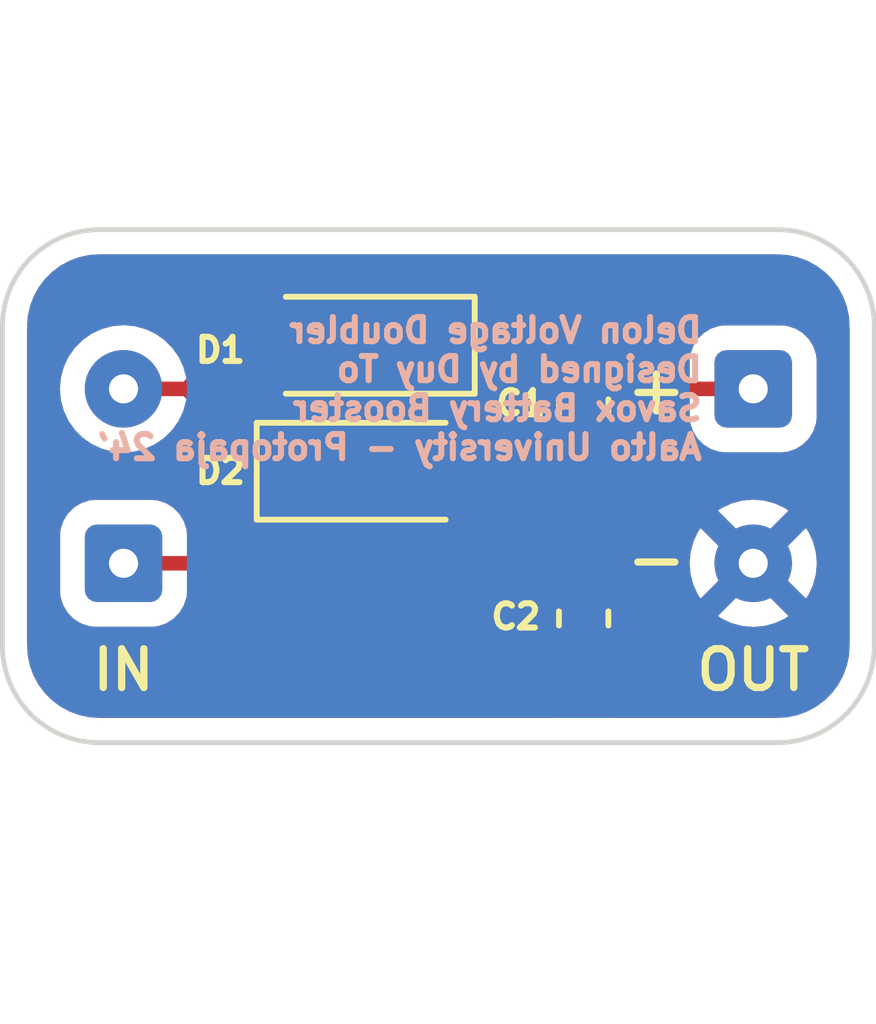
<source format=kicad_pcb>
(kicad_pcb (version 20211014) (generator pcbnew)
  (layers (0 "F.Cu" signal) (31 "B.Cu" power) (34 "B.Paste" user) (35 "F.Paste" user) (36 "B.SilkS" user "B.Silkscreen") (37 "F.SilkS" user "F.Silkscreen") (38 "B.Mask" user) (39 "F.Mask" user) (44 "Edge.Cuts" user))
  (net 0 "")
  (net 1 "VOUT")
  (net 2 "Net-(C1-Pad2)")
  (net 3 "GND")
  (net 4 "Net-(D1-Pad2)")
  (footprint "Capacitor_SMD:C_0603_1608Metric_Pad1.08x0.95mm_HandSolder" (layer "F.Cu") (at 172 89.0625 -90)
    (fp_text reference "C1" (at -0.0625 1.3) (layer "F.SilkS") (effects (font (size 0.5 0.5) (thickness 0.125))))
    (fp_text value "C_Polarized_Small_US")
    (fp_line (start -0.146267 -0.51) (end 0.146267 -0.51) (layer "F.SilkS") (width 0.12))
    (fp_line (start -0.146267 0.51) (end 0.146267 0.51) (layer "F.SilkS") (width 0.12))
    (pad "1" smd roundrect (at -0.8625 0 270) (size 1.075 0.95) (layers "F.Cu" "F.Paste" "F.Mask") (net 1 "VOUT"))
    (pad "2" smd roundrect (at 0.8625 0 270) (size 1.075 0.95) (layers "F.Cu" "F.Paste" "F.Mask") (net 2 "Net-(C1-Pad2)"))
  )
  (footprint "Diode_SMD:D_SOD-123" (layer "F.Cu") (at 167.5 87.8 180)
    (fp_text reference "D1" (at 3 -0.1) (layer "F.SilkS") (effects (font (size 0.5 0.5) (thickness 0.125))))
    (fp_text value "D_Schottky")
    (fp_line (start -2.25 -1) (end -2.25 1) (layer "F.SilkS") (width 0.12))
    (fp_line (start -2.25 1) (end 1.65 1) (layer "F.SilkS") (width 0.12))
    (fp_line (start -2.25 -1) (end 1.65 -1) (layer "F.SilkS") (width 0.12))
    (pad "1" smd rect (at -1.65 0 180) (size 0.9 1.2) (layers "F.Cu" "F.Paste" "F.Mask") (net 1 "VOUT"))
    (pad "2" smd rect (at 1.65 0 180) (size 0.9 1.2) (layers "F.Cu" "F.Paste" "F.Mask") (net 4 "Net-(D1-Pad2)"))
  )
  (footprint "Capacitor_SMD:C_0603_1608Metric_Pad1.08x0.95mm_HandSolder" (layer "F.Cu") (at 172 93.4375 -90)
    (fp_text reference "C2" (at -0.0375 1.4 180) (layer "F.SilkS") (effects (font (size 0.5 0.5) (thickness 0.125))))
    (fp_text value "C_Polarized_Small_US")
    (fp_line (start -0.146267 0.51) (end 0.146267 0.51) (layer "F.SilkS") (width 0.12))
    (fp_line (start -0.146267 -0.51) (end 0.146267 -0.51) (layer "F.SilkS") (width 0.12))
    (pad "1" smd roundrect (at -0.8625 0 270) (size 1.075 0.95) (layers "F.Cu" "F.Paste" "F.Mask") (net 2 "Net-(C1-Pad2)"))
    (pad "2" smd roundrect (at 0.8625 0 270) (size 1.075 0.95) (layers "F.Cu" "F.Paste" "F.Mask") (net 3 "GND"))
  )
  (footprint "Connector_Wire:SolderWire-0.1sqmm_1x02_P3.6mm_D0.4mm_OD1mm" (layer "F.Cu") (at 162.5 92.3 90)
    (fp_text reference "IN" (at -2.2 0 180) (layer "F.SilkS") (effects (font (size 0.8 0.8))))
    (fp_text value "AC_IN")
    (pad "1" thru_hole roundrect (at 0 0 90) (size 1.6 1.6) (drill 0.6) (layers *.Cu *.Mask) (roundrect_rratio 0.15625) (net 2 "Net-(C1-Pad2)"))
    (pad "2" thru_hole circle (at 3.6 0 90) (size 1.6 1.6) (drill 0.6) (layers *.Cu *.Mask) (net 4 "Net-(D1-Pad2)"))
  )
  (footprint "Diode_SMD:D_SOD-123" (layer "F.Cu") (at 167.5 90.4)
    (fp_text reference "D2" (at -3 0) (layer "F.SilkS") (effects (font (size 0.5 0.5) (thickness 0.125))))
    (fp_text value "D_Schottky")
    (fp_line (start -2.25 -1) (end 1.65 -1) (layer "F.SilkS") (width 0.12))
    (fp_line (start -2.25 1) (end 1.65 1) (layer "F.SilkS") (width 0.12))
    (fp_line (start -2.25 -1) (end -2.25 1) (layer "F.SilkS") (width 0.12))
    (pad "1" smd rect (at -1.65 0) (size 0.9 1.2) (layers "F.Cu" "F.Paste" "F.Mask") (net 4 "Net-(D1-Pad2)"))
    (pad "2" smd rect (at 1.65 0) (size 0.9 1.2) (layers "F.Cu" "F.Paste" "F.Mask") (net 3 "GND"))
  )
  (footprint "Connector_Wire:SolderWire-0.1sqmm_1x02_P3.6mm_D0.4mm_OD1mm" (layer "F.Cu") (at 175.5 88.7 -90)
    (fp_text reference "OUT" (at 5.8 0 180) (layer "F.SilkS") (effects (font (size 0.8 0.8))))
    (fp_text value "DC_OUT")
    (pad "1" thru_hole roundrect (at 0 0 270) (size 1.6 1.6) (drill 0.6) (layers *.Cu *.Mask) (roundrect_rratio 0.15625) (net 1 "VOUT"))
    (pad "2" thru_hole circle (at 3.6 0 270) (size 1.6 1.6) (drill 0.6) (layers *.Cu *.Mask) (net 3 "GND"))
  )
  (gr_line (start 176 96) (end 162 96) (layer "Edge.Cuts") (width 0.1))
  (gr_arc (start 160 87.414214) (mid 160.585786 86) (end 162 85.414214) (layer "Edge.Cuts") (width 0.1))
  (gr_line (start 178 87.414214) (end 178 94) (layer "Edge.Cuts") (width 0.1))
  (gr_line (start 162 85.414214) (end 176 85.414214) (layer "Edge.Cuts") (width 0.1))
  (gr_arc (start 178 94) (mid 177.414214 95.414214) (end 176 96) (layer "Edge.Cuts") (width 0.1))
  (gr_arc (start 176 85.414214) (mid 177.414214 86) (end 178 87.414214) (layer "Edge.Cuts") (width 0.1))
  (gr_arc (start 162 96) (mid 160.585786 95.414214) (end 160 94) (layer "Edge.Cuts") (width 0.1))
  (gr_line (start 160 94) (end 160 87.414214) (layer "Edge.Cuts") (width 0.1))
  (gr_text "Delon Voltage Doubler\nDesigned by Duy To\nSavox Battery Booster\nAalto University - Protopaja 24'" (at 174.5 88.7) (layer "B.SilkS") (effects (font (size 0.5 0.5) (thickness 0.125)) (justify left mirror)))
  (gr_text "-" (at 173.5 92.2) (layer "F.SilkS") (effects (font (size 1 1))))
  (gr_text "+" (at 173.5 88.7) (layer "F.SilkS") (effects (font (size 1 1))))
  (segment (start 173.3 88.2) (end 173.8 88.7) (width 0.3) (layer "F.Cu") (net 1))
  (segment (start 173.8 88.7) (end 175.5 88.7) (width 0.3) (layer "F.Cu") (net 1))
  (segment (start 172 88.2) (end 173.3 88.2) (width 0.3) (layer "F.Cu") (net 1))
  (segment (start 170.8 88.2) (end 172 88.2) (width 0.3) (layer "F.Cu") (net 1))
  (segment (start 170.4 87.8) (end 170.8 88.2) (width 0.3) (layer "F.Cu") (net 1))
  (segment (start 169.15 87.8) (end 170.4 87.8) (width 0.3) (layer "F.Cu") (net 1))
  (segment (start 162.5 92.3) (end 170 92.3) (width 0.3) (layer "F.Cu") (net 2))
  (segment (start 171 91.3) (end 172 91.3) (width 0.3) (layer "F.Cu") (net 2))
  (segment (start 172 89.925) (end 172 91.3) (width 0.3) (layer "F.Cu") (net 2))
  (segment (start 170 92.3) (end 171 91.3) (width 0.3) (layer "F.Cu") (net 2))
  (segment (start 172 91.3) (end 172 92.575) (width 0.3) (layer "F.Cu") (net 2))
  (segment (start 163.8 88.7) (end 164.7 87.8) (width 0.3) (layer "F.Cu") (net 4))
  (segment (start 164.7 87.8) (end 165.85 87.8) (width 0.3) (layer "F.Cu") (net 4))
  (segment (start 163.8 88.7) (end 165.5 90.4) (width 0.3) (layer "F.Cu") (net 4))
  (segment (start 165.5 90.4) (end 165.85 90.4) (width 0.3) (layer "F.Cu") (net 4))
  (segment (start 162.5 88.7) (end 163.8 88.7) (width 0.3) (layer "F.Cu") (net 4))
  (zone (net 3) (net_name "GND") (layers F&B.Cu) (connect_pads (clearance 0.508)) (min_thickness 0.254) (fill yes (thermal_gap 0.508) (thermal_bridge_width 0.508))
    (polygon (pts (xy 178 96) (xy 160 96) (xy 160 85.4) (xy 178 85.4)))
  )
)
</source>
